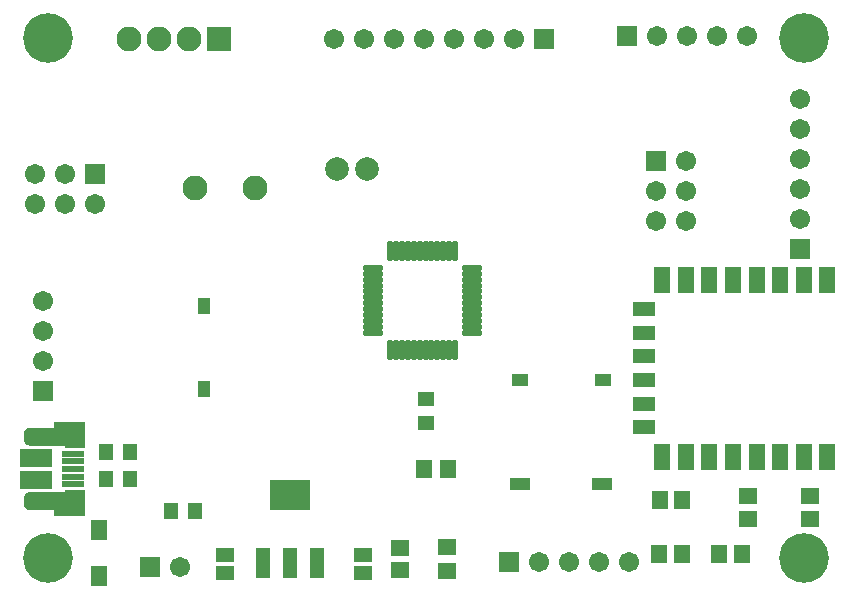
<source format=gts>
G04*
G04 #@! TF.GenerationSoftware,Altium Limited,Altium Designer,18.1.6 (161)*
G04*
G04 Layer_Color=8388736*
%FSLAX25Y25*%
%MOIN*%
G70*
G01*
G75*
%ADD35R,0.06312X0.05524*%
%ADD36R,0.05800X0.04737*%
%ADD37R,0.04737X0.05800*%
%ADD38R,0.05524X0.06312*%
%ADD39R,0.10642X0.06410*%
%ADD40R,0.07690X0.02375*%
%ADD41R,0.07099X0.03950*%
%ADD42R,0.05524X0.06706*%
%ADD43R,0.05524X0.03950*%
%ADD44R,0.05524X0.08674*%
%ADD45R,0.07493X0.05131*%
%ADD46R,0.06312X0.05131*%
%ADD47R,0.13792X0.10249*%
%ADD48R,0.04737X0.10249*%
G04:AMPARAMS|DCode=49|XSize=19.02mil|YSize=69.42mil|CornerRadius=6.76mil|HoleSize=0mil|Usage=FLASHONLY|Rotation=90.000|XOffset=0mil|YOffset=0mil|HoleType=Round|Shape=RoundedRectangle|*
%AMROUNDEDRECTD49*
21,1,0.01902,0.05591,0,0,90.0*
21,1,0.00551,0.06942,0,0,90.0*
1,1,0.01351,0.02795,0.00276*
1,1,0.01351,0.02795,-0.00276*
1,1,0.01351,-0.02795,-0.00276*
1,1,0.01351,-0.02795,0.00276*
%
%ADD49ROUNDEDRECTD49*%
G04:AMPARAMS|DCode=50|XSize=19.02mil|YSize=69.42mil|CornerRadius=6.76mil|HoleSize=0mil|Usage=FLASHONLY|Rotation=0.000|XOffset=0mil|YOffset=0mil|HoleType=Round|Shape=RoundedRectangle|*
%AMROUNDEDRECTD50*
21,1,0.01902,0.05591,0,0,0.0*
21,1,0.00551,0.06942,0,0,0.0*
1,1,0.01351,0.00276,-0.02795*
1,1,0.01351,-0.00276,-0.02795*
1,1,0.01351,-0.00276,0.02795*
1,1,0.01351,0.00276,0.02795*
%
%ADD50ROUNDEDRECTD50*%
%ADD51R,0.03950X0.05524*%
%ADD52O,0.10249X0.05524*%
%ADD53C,0.06706*%
%ADD54R,0.06706X0.06706*%
%ADD55R,0.06706X0.06706*%
%ADD56C,0.08300*%
%ADD57C,0.07887*%
%ADD58R,0.08300X0.08300*%
%ADD59C,0.16548*%
G36*
X13784Y25815D02*
Y27882D01*
X5713D01*
X5610Y27885D01*
X5507Y27893D01*
X5405Y27907D01*
X5304Y27925D01*
X5204Y27949D01*
X5105Y27979D01*
X5008Y28013D01*
X4913Y28052D01*
X4820Y28097D01*
X4729Y28146D01*
X4641Y28200D01*
X4556Y28258D01*
X4474Y28321D01*
X4396Y28388D01*
X4321Y28459D01*
X4250Y28534D01*
X4183Y28612D01*
X4121Y28694D01*
X4062Y28779D01*
X4008Y28867D01*
X3959Y28957D01*
X3915Y29050D01*
X3875Y29145D01*
X3841Y29243D01*
X3812Y29341D01*
X3788Y29441D01*
X3769Y29543D01*
X3756Y29645D01*
X3747Y29748D01*
X3745Y29851D01*
Y31819D01*
X3747Y31922D01*
X3756Y32025D01*
X3769Y32127D01*
X3788Y32229D01*
X3812Y32329D01*
X3841Y32428D01*
X3875Y32525D01*
X3915Y32620D01*
X3959Y32713D01*
X4008Y32804D01*
X4062Y32891D01*
X4121Y32976D01*
X4183Y33058D01*
X4250Y33136D01*
X4321Y33211D01*
X4396Y33282D01*
X4474Y33349D01*
X4556Y33412D01*
X4641Y33470D01*
X4729Y33524D01*
X4820Y33573D01*
X4913Y33618D01*
X5008Y33657D01*
X5105Y33691D01*
X5204Y33721D01*
X5304Y33745D01*
X5405Y33764D01*
X5507Y33777D01*
X5610Y33785D01*
X5713Y33788D01*
X17327D01*
Y25815D01*
X13784D01*
D02*
G37*
G36*
X17524D02*
Y34477D01*
X24060D01*
Y25815D01*
X17524D01*
D02*
G37*
G36*
X5713Y49339D02*
X5610Y49342D01*
X5507Y49350D01*
X5405Y49363D01*
X5304Y49382D01*
X5204Y49406D01*
X5105Y49435D01*
X5008Y49470D01*
X4913Y49509D01*
X4820Y49553D01*
X4729Y49603D01*
X4641Y49657D01*
X4556Y49715D01*
X4474Y49778D01*
X4396Y49845D01*
X4321Y49916D01*
X4250Y49990D01*
X4183Y50069D01*
X4121Y50150D01*
X4062Y50235D01*
X4008Y50323D01*
X3959Y50414D01*
X3915Y50507D01*
X3875Y50602D01*
X3841Y50699D01*
X3812Y50798D01*
X3788Y50898D01*
X3769Y50999D01*
X3756Y51102D01*
X3747Y51205D01*
X3745Y51307D01*
Y53276D01*
X3747Y53379D01*
X3756Y53482D01*
X3769Y53584D01*
X3788Y53685D01*
X3812Y53786D01*
X3841Y53884D01*
X3875Y53981D01*
X3915Y54077D01*
X3959Y54170D01*
X4008Y54260D01*
X4062Y54348D01*
X4121Y54433D01*
X4183Y54515D01*
X4250Y54593D01*
X4321Y54668D01*
X4396Y54739D01*
X4474Y54806D01*
X4556Y54869D01*
X4641Y54927D01*
X4729Y54981D01*
X4820Y55030D01*
X4913Y55074D01*
X5008Y55114D01*
X5105Y55148D01*
X5204Y55177D01*
X5304Y55202D01*
X5405Y55220D01*
X5507Y55234D01*
X5610Y55242D01*
X5713Y55244D01*
X13784D01*
Y57311D01*
X17327D01*
Y49339D01*
X5713D01*
D02*
G37*
G36*
X17524Y48650D02*
Y57311D01*
X24060D01*
Y48650D01*
X17524D01*
D02*
G37*
D35*
X265601Y32449D02*
D03*
Y24969D02*
D03*
X245013Y32449D02*
D03*
Y24969D02*
D03*
X129176Y7694D02*
D03*
Y15175D02*
D03*
X144685Y7673D02*
D03*
Y15547D02*
D03*
D36*
X137842Y64848D02*
D03*
Y56848D02*
D03*
D37*
X52878Y27624D02*
D03*
X60878D02*
D03*
X30982Y38314D02*
D03*
X38982D02*
D03*
X39228Y47304D02*
D03*
X31228D02*
D03*
D38*
X223098Y31215D02*
D03*
X215618D02*
D03*
X215504Y13250D02*
D03*
X222984D02*
D03*
X235275Y13239D02*
D03*
X243149D02*
D03*
X137132Y41616D02*
D03*
X145006D02*
D03*
D39*
X7879Y37774D02*
D03*
Y45353D02*
D03*
D40*
X19985Y36445D02*
D03*
Y39004D02*
D03*
Y41563D02*
D03*
Y44122D02*
D03*
Y46681D02*
D03*
D41*
X168952Y36584D02*
D03*
X196511D02*
D03*
D42*
X28869Y21330D02*
D03*
Y5976D02*
D03*
D43*
X169261Y71198D02*
D03*
X196820D02*
D03*
D44*
X271555Y45571D02*
D03*
X263681D02*
D03*
X255807D02*
D03*
X247933D02*
D03*
X240059D02*
D03*
X232185D02*
D03*
X224311D02*
D03*
X216437D02*
D03*
Y104626D02*
D03*
X224311D02*
D03*
X232185D02*
D03*
X240059D02*
D03*
X247933D02*
D03*
X255807D02*
D03*
X263681D02*
D03*
X271555D02*
D03*
D45*
X210531Y55413D02*
D03*
Y63287D02*
D03*
Y71161D02*
D03*
Y79035D02*
D03*
Y86910D02*
D03*
Y94784D02*
D03*
D46*
X70921Y12795D02*
D03*
Y6890D02*
D03*
X116720D02*
D03*
Y12795D02*
D03*
D47*
X92528Y32874D02*
D03*
D48*
X83472Y10039D02*
D03*
X92528D02*
D03*
X101583D02*
D03*
D49*
X120177Y108563D02*
D03*
Y106595D02*
D03*
Y104626D02*
D03*
Y102657D02*
D03*
Y100689D02*
D03*
Y98721D02*
D03*
Y96752D02*
D03*
Y94784D02*
D03*
Y92815D02*
D03*
Y90847D02*
D03*
Y88878D02*
D03*
Y86910D02*
D03*
X153091D02*
D03*
Y88878D02*
D03*
Y90847D02*
D03*
Y92815D02*
D03*
Y94784D02*
D03*
Y96752D02*
D03*
Y98721D02*
D03*
Y100689D02*
D03*
Y102657D02*
D03*
Y104626D02*
D03*
Y106595D02*
D03*
Y108563D02*
D03*
D50*
X125807Y81279D02*
D03*
X127776D02*
D03*
X129744D02*
D03*
X131713D02*
D03*
X133681D02*
D03*
X135650D02*
D03*
X137618D02*
D03*
X139587D02*
D03*
X141555D02*
D03*
X143524D02*
D03*
X145492D02*
D03*
X147461D02*
D03*
Y114193D02*
D03*
X145492D02*
D03*
X143524D02*
D03*
X141555D02*
D03*
X139587D02*
D03*
X137618D02*
D03*
X135650D02*
D03*
X133681D02*
D03*
X131713D02*
D03*
X129744D02*
D03*
X127776D02*
D03*
X125807D02*
D03*
D51*
X63779Y68209D02*
D03*
Y95768D02*
D03*
D52*
X8863Y30835D02*
D03*
Y52292D02*
D03*
D53*
X224272Y124279D02*
D03*
X214272D02*
D03*
X224272Y134280D02*
D03*
X214272D02*
D03*
X224272Y144280D02*
D03*
X175295Y10630D02*
D03*
X185295D02*
D03*
X195295D02*
D03*
X205295D02*
D03*
X55610Y8760D02*
D03*
X10177Y97499D02*
D03*
Y87499D02*
D03*
Y77499D02*
D03*
X7302Y129998D02*
D03*
X17302D02*
D03*
X27302D02*
D03*
X7302Y139997D02*
D03*
X17302D02*
D03*
X262412Y164864D02*
D03*
Y154864D02*
D03*
Y144864D02*
D03*
Y134864D02*
D03*
Y124864D02*
D03*
X214864Y185890D02*
D03*
X224864D02*
D03*
X234864D02*
D03*
X244864D02*
D03*
X167020Y184831D02*
D03*
X157020D02*
D03*
X147020D02*
D03*
X137020D02*
D03*
X127020D02*
D03*
X117020D02*
D03*
X107020D02*
D03*
D54*
X214272Y144280D02*
D03*
X10177Y67499D02*
D03*
X262412Y114864D02*
D03*
D55*
X165295Y10630D02*
D03*
X45610Y8760D02*
D03*
X27302Y139997D02*
D03*
X204864Y185890D02*
D03*
X177020Y184831D02*
D03*
D56*
X60786Y135266D02*
D03*
X80786D02*
D03*
X38695Y184903D02*
D03*
X48695D02*
D03*
X58695D02*
D03*
D57*
X117965Y141660D02*
D03*
X107965D02*
D03*
D58*
X68695Y184903D02*
D03*
D59*
X11811Y11811D02*
D03*
X263779D02*
D03*
Y185039D02*
D03*
X11811D02*
D03*
M02*

</source>
